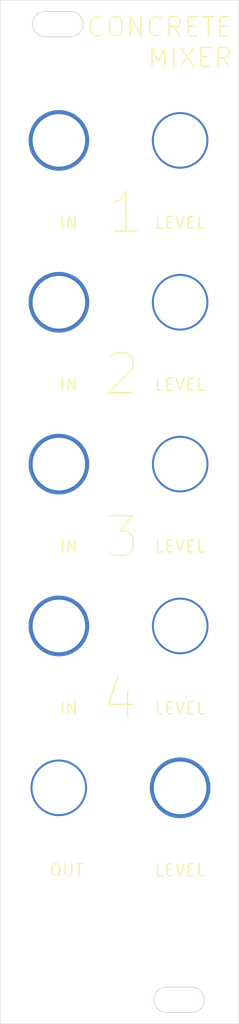
<source format=kicad_pcb>
(kicad_pcb (version 20240108) (generator "pcbnew") (generator_version "8.0")
  (layers (0 "F.Cu" signal) (31 "B.Cu" signal) (34 "B.Paste" user) (35 "F.Paste" user) (36 "B.SilkS" user "B.Silkscreen") (37 "F.SilkS" user "F.Silkscreen") (38 "B.Mask" user) (39 "F.Mask" user) (44 "Edge.Cuts" user))
  (net 0 "")
  (footprint "PCM_4ms_Faceplate:Faceplate_Rail_Mount_Slot" (layer "F.Cu") (at 147.073 157.43)
    (property "Reference" "REF**" (hide yes))
    (property "Value" "Rail_mount_slot" (hide yes))
    (fp_line (start -1.5875 -1.5875) (end 1.5875 -1.5875) (stroke (width 0.1)) (layer "Edge.Cuts"))
    (fp_line (start -1.5875 1.5875) (end 1.5875 1.5875) (stroke (width 0.1)) (layer "Edge.Cuts"))
    (fp_arc (start -1.5875 1.5875) (mid -3.175 0) (end -1.5875 -1.5875) (stroke (width 0.1)) (layer "Edge.Cuts"))
    (fp_arc (start 1.5875 -1.5875) (mid 3.175 0) (end 1.5875 1.5875) (stroke (width 0.1)) (layer "Edge.Cuts"))
  )
  (footprint "" (layer "F.Cu") (at 131.953163 90.171843)
    (property "Reference" "" (at 0 0 0) (layer "F.SilkS") (effects (font (size 1.27 1.27))))
    (property "Value" "")
    (pad "" thru_hole circle (at 0 0) (size 7.62 7.62) (drill 6.604) (layers "*.Cu" "*.Mask"))
  )
  (footprint "" (layer "F.Cu") (at 131.9403 130.81)
    (property "Reference" "" (at 0 0 0) (layer "F.SilkS") (effects (font (size 1.27 1.27))))
    (property "Value" "")
    (pad "" thru_hole circle (at 0 0) (size 7.112 7.112) (drill 6.604) (layers "*.Cu" "*.Mask"))
  )
  (footprint "PCM_4ms_Faceplate:Faceplate_Hole_Jack_3.5mm" (layer "F.Cu") (at 147.193163 130.811843)
    (property "Reference" "REF**" (hide yes))
    (property "Value" "GND" (hide yes))
    (pad "" thru_hole circle (at 0 0) (size 7.62 7.62) (drill 6.604) (layers "*.Cu" "*.Mask"))
  )
  (footprint "" (layer "F.Cu") (at 147.193 69.85)
    (property "Reference" "" (at 0 0 0) (layer "F.SilkS") (effects (font (size 1.27 1.27))))
    (property "Value" "")
    (pad "" thru_hole circle (at 0 0) (size 7.112 7.112) (drill 6.604) (layers "*.Cu" "*.Mask"))
  )
  (footprint "" (layer "F.Cu") (at 147.2057 90.17)
    (property "Reference" "" (at 0 0 0) (layer "F.SilkS") (effects (font (size 1.27 1.27))))
    (property "Value" "")
    (pad "" thru_hole circle (at 0 0) (size 7.112 7.112) (drill 6.604) (layers "*.Cu" "*.Mask"))
  )
  (footprint "" (layer "F.Cu") (at 147.193163 130.811843)
    (property "Reference" "" (at 0 0 0) (layer "F.SilkS") (effects (font (size 1.27 1.27))))
    (property "Value" "")
    (pad "" thru_hole circle (at 0 0) (size 7.62 7.62) (drill 6.604) (layers "*.Cu" "*.Mask"))
  )
  (footprint "PCM_4ms_Faceplate:Faceplate_Hole_Jack_3.5mm" (layer "F.Cu") (at 131.953163 69.851843)
    (property "Reference" "REF**" (hide yes))
    (property "Value" "GND" (hide yes))
    (pad "" thru_hole circle (at 0 0) (size 7.62 7.62) (drill 6.604) (layers "*.Cu" "*.Mask"))
  )
  (footprint "" (layer "F.Cu") (at 147.2057 110.49)
    (property "Reference" "" (at 0 0 0) (layer "F.SilkS") (effects (font (size 1.27 1.27))))
    (property "Value" "")
    (pad "" thru_hole circle (at 0 0) (size 7.112 7.112) (drill 6.604) (layers "*.Cu" "*.Mask"))
  )
  (footprint "" (layer "F.Cu") (at 131.953163 110.491843)
    (property "Reference" "" (at 0 0 0) (layer "F.SilkS") (effects (font (size 1.27 1.27))))
    (property "Value" "")
    (pad "" thru_hole circle (at 0 0) (size 7.62 7.62) (drill 6.604) (layers "*.Cu" "*.Mask"))
  )
  (footprint "" (layer "F.Cu") (at 131.953163 69.851843)
    (property "Reference" "" (at 0 0 0) (layer "F.SilkS") (effects (font (size 1.27 1.27))))
    (property "Value" "")
    (pad "" thru_hole circle (at 0 0) (size 7.62 7.62) (drill 6.604) (layers "*.Cu" "*.Mask"))
  )
  (footprint "PCM_4ms_Faceplate:Faceplate_Rail_Mount_Slot" (layer "F.Cu") (at 131.833 34.93)
    (property "Reference" "REF**" (hide yes))
    (property "Value" "Rail_mount_slot" (hide yes))
    (fp_line (start -1.5875 -1.5875) (end 1.5875 -1.5875) (stroke (width 0.1)) (layer "Edge.Cuts"))
    (fp_line (start -1.5875 1.5875) (end 1.5875 1.5875) (stroke (width 0.1)) (layer "Edge.Cuts"))
    (fp_arc (start -1.5875 1.5875) (mid -3.175 0) (end -1.5875 -1.5875) (stroke (width 0.1)) (layer "Edge.Cuts"))
    (fp_arc (start 1.5875 -1.5875) (mid 3.175 0) (end 1.5875 1.5875) (stroke (width 0.1)) (layer "Edge.Cuts"))
  )
  (footprint "PCM_4ms_Faceplate:Faceplate_Hole_Jack_3.5mm" (layer "F.Cu") (at 131.953163 49.531843)
    (property "Reference" "REF**" (hide yes))
    (property "Value" "GND" (hide yes))
    (pad "" thru_hole circle (at 0 0) (size 7.62 7.62) (drill 6.604) (layers "*.Cu" "*.Mask"))
  )
  (footprint "PCM_4ms_Faceplate:Faceplate_Hole_Jack_3.5mm" (layer "F.Cu") (at 131.953163 110.491843)
    (property "Reference" "REF**" (hide yes))
    (property "Value" "GND" (hide yes))
    (pad "" thru_hole circle (at 0 0) (size 7.62 7.62) (drill 6.604) (layers "*.Cu" "*.Mask"))
  )
  (footprint "PCM_4ms_Faceplate:Faceplate_Hole_Jack_3.5mm" (layer "F.Cu") (at 131.953163 90.171843)
    (property "Reference" "REF**" (hide yes))
    (property "Value" "GND" (hide yes))
    (pad "" thru_hole circle (at 0 0) (size 7.62 7.62) (drill 6.604) (layers "*.Cu" "*.Mask"))
  )
  (footprint "PCM_4ms_Faceplate:Faceplate_Hole_Pot_9mm" (layer "F.Cu") (at 147.193 49.53)
    (property "Reference" "REF**" (hide yes))
    (property "Value" "Faceplate_Hole_Pot_9mm" (hide yes))
    (pad "" thru_hole circle (at 0 0) (size 7.112 7.112) (drill 6.604) (layers "*.Cu" "*.Mask"))
  )
  (gr_rect (start 124.573 31.93) (end 154.573 160.43) (stroke (width 0.05)) (fill none) (layer "Edge.Cuts"))
  (gr_text "2" (at 137.396115 81.835273 0) (layer "F.SilkS") (effects (font (size 5 5) (thickness 0.15) (bold yes)) (justify left bottom)))
  (gr_text "LEVEL" (at 143.891 101.395213 0) (layer "F.SilkS") (effects (font (size 1.5 1.5) (thickness 0.15) (bold yes)) (justify left bottom)))
  (gr_text "IN" (at 131.953 81.075213 0) (layer "F.SilkS") (effects (font (size 1.5 1.5) (thickness 0.15) (bold yes)) (justify left bottom)))
  (gr_text "OUT" (at 130.683 142.035213 0) (layer "F.SilkS") (effects (font (size 1.5 1.5) (thickness 0.15) (bold yes)) (justify left bottom)))
  (gr_text "LEVEL" (at 143.891 121.715213 0) (layer "F.SilkS") (effects (font (size 1.5 1.5) (thickness 0.15) (bold yes)) (justify left bottom)))
  (gr_text "LEVEL" (at 143.891 142.035213 0) (layer "F.SilkS") (effects (font (size 1.5 1.5) (thickness 0.15) (bold yes)) (justify left bottom)))
  (gr_text "LEVEL" (at 143.891 60.755213 0) (layer "F.SilkS") (effects (font (size 1.5 1.5) (thickness 0.15) (bold yes)) (justify left bottom)))
  (gr_text "LEVEL" (at 143.891 81.075213 0) (layer "F.SilkS") (effects (font (size 1.5 1.5) (thickness 0.15) (bold yes)) (justify left bottom)))
  (gr_text "IN" (at 131.953 60.755213 0) (layer "F.SilkS") (effects (font (size 1.5 1.5) (thickness 0.15) (bold yes)) (justify left bottom)))
  (gr_text "4" (at 137.16 122.608709 0) (layer "F.SilkS") (effects (font (size 5 5) (thickness 0.15) (bold yes)) (justify left bottom)))
  (gr_text "CONCRETE\nMIXER" (at 153.924 40.566 0) (layer "F.SilkS") (effects (font (size 2.4 2.4) (thickness 0.15) (bold yes)) (justify right bottom)))
  (gr_text "IN" (at 131.953 121.715213 0) (layer "F.SilkS") (effects (font (size 1.5 1.5) (thickness 0.15) (bold yes)) (justify left bottom)))
  (gr_text "1" (at 137.896221 61.515273 0) (layer "F.SilkS") (effects (font (size 5 5) (thickness 0.15) (bold yes)) (justify left bottom)))
  (gr_text "3" (at 137.361234 102.26315 0) (layer "F.SilkS") (effects (font (size 5 5) (thickness 0.15) (bold yes)) (justify left bottom)))
  (gr_text "IN" (at 131.953 101.395213 0) (layer "F.SilkS") (effects (font (size 1.5 1.5) (thickness 0.15) (bold yes)) (justify left bottom)))
)
</source>
